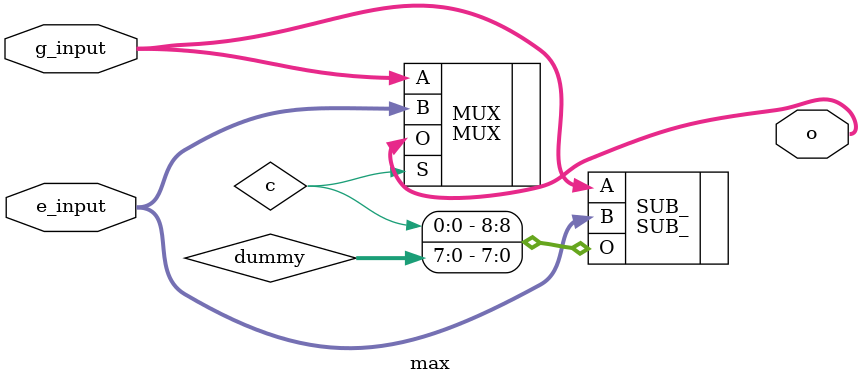
<source format=sv>
`timescale 1ns / 1ps

module max #(parameter N = 8)( 
	input [N-1:0] g_input,
	input [N-1:0] e_input,
	output [N-1:0] o
);	
	
	logic c;
	logic [N-1:0] dummy;
		
	SUB_ #(.N(N)) SUB_( 
		.A(g_input),
		.B(e_input),
		.O({c, dummy})
    );	
	
	MUX #(.N(N)) MUX(
		.A(g_input),
		.B(e_input),
		.S(c),
		.O(o)
	);

endmodule

</source>
